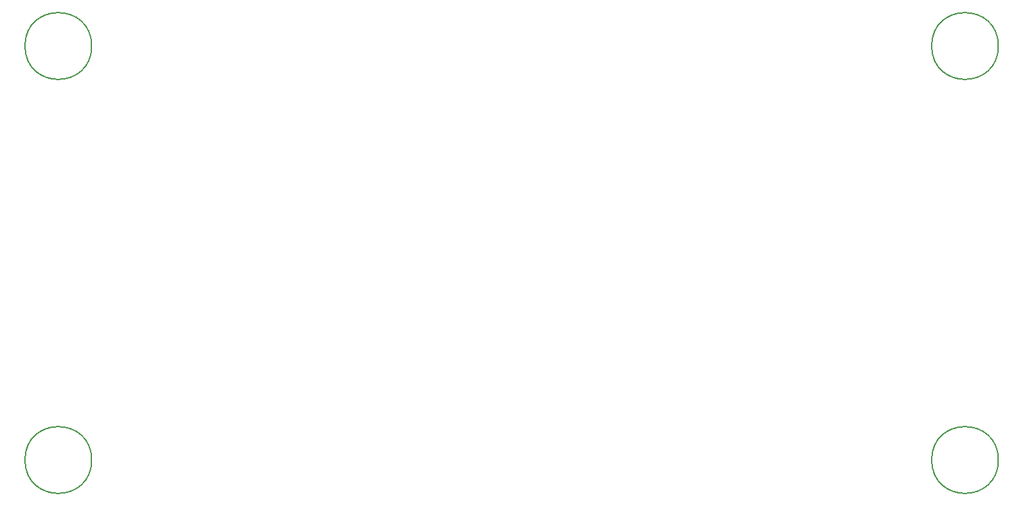
<source format=gbr>
%TF.GenerationSoftware,KiCad,Pcbnew,7.0.10*%
%TF.CreationDate,2024-02-09T16:37:34+11:00*%
%TF.ProjectId,CAN_DC_motor_driver,43414e5f-4443-45f6-9d6f-746f725f6472,0*%
%TF.SameCoordinates,Original*%
%TF.FileFunction,Other,Comment*%
%FSLAX46Y46*%
G04 Gerber Fmt 4.6, Leading zero omitted, Abs format (unit mm)*
G04 Created by KiCad (PCBNEW 7.0.10) date 2024-02-09 16:37:34*
%MOMM*%
%LPD*%
G01*
G04 APERTURE LIST*
%ADD10C,0.150000*%
G04 APERTURE END LIST*
D10*
%TO.C,H2*%
X179560000Y-111760000D02*
G75*
G03*
X170960000Y-111760000I-4300000J0D01*
G01*
X170960000Y-111760000D02*
G75*
G03*
X179560000Y-111760000I4300000J0D01*
G01*
%TO.C,H1*%
X179560000Y-58420000D02*
G75*
G03*
X170960000Y-58420000I-4300000J0D01*
G01*
X170960000Y-58420000D02*
G75*
G03*
X179560000Y-58420000I4300000J0D01*
G01*
%TO.C,H3*%
X62720000Y-58420000D02*
G75*
G03*
X54120000Y-58420000I-4300000J0D01*
G01*
X54120000Y-58420000D02*
G75*
G03*
X62720000Y-58420000I4300000J0D01*
G01*
%TO.C,H4*%
X62720000Y-111760000D02*
G75*
G03*
X54120000Y-111760000I-4300000J0D01*
G01*
X54120000Y-111760000D02*
G75*
G03*
X62720000Y-111760000I4300000J0D01*
G01*
%TD*%
M02*

</source>
